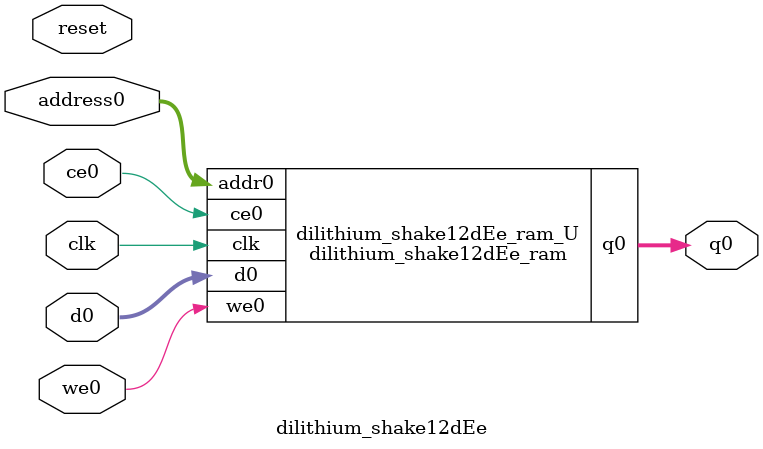
<source format=v>
`timescale 1 ns / 1 ps
module dilithium_shake12dEe_ram (addr0, ce0, d0, we0, q0,  clk);

parameter DWIDTH = 8;
parameter AWIDTH = 3;
parameter MEM_SIZE = 8;

input[AWIDTH-1:0] addr0;
input ce0;
input[DWIDTH-1:0] d0;
input we0;
output reg[DWIDTH-1:0] q0;
input clk;

(* ram_style = "distributed" *)reg [DWIDTH-1:0] ram[0:MEM_SIZE-1];




always @(posedge clk)  
begin 
    if (ce0) begin
        if (we0) 
            ram[addr0] <= d0; 
        q0 <= ram[addr0];
    end
end


endmodule

`timescale 1 ns / 1 ps
module dilithium_shake12dEe(
    reset,
    clk,
    address0,
    ce0,
    we0,
    d0,
    q0);

parameter DataWidth = 32'd8;
parameter AddressRange = 32'd8;
parameter AddressWidth = 32'd3;
input reset;
input clk;
input[AddressWidth - 1:0] address0;
input ce0;
input we0;
input[DataWidth - 1:0] d0;
output[DataWidth - 1:0] q0;



dilithium_shake12dEe_ram dilithium_shake12dEe_ram_U(
    .clk( clk ),
    .addr0( address0 ),
    .ce0( ce0 ),
    .we0( we0 ),
    .d0( d0 ),
    .q0( q0 ));

endmodule


</source>
